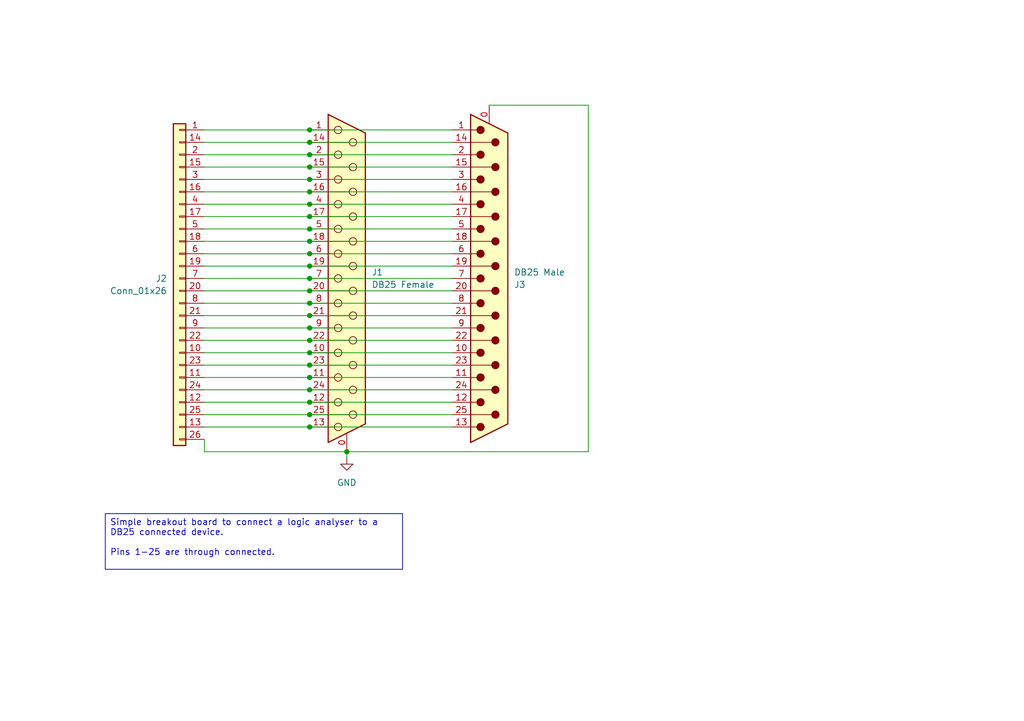
<source format=kicad_sch>
(kicad_sch (version 20250114) (generator "eeschema") (generator_version "9.0")
  (paper "A5")
  (title_block (title "DB25 Breakout for Logic Analyser") (date "29/DEC/2025") (rev "A") (company "Brett Hallen"))
  (lib_symbols
    (symbol "Connector:DB25_Pins_MountingHoles" (pin_names (offset 1.016) (hide yes))
      (property "Reference" "J" (at 0 36.83 0))
      (property "Value" "DB25_Pins_MountingHoles" (at 0 34.925 0))
      (symbol "DB25_Pins_MountingHoles_0_1"
        (polyline (pts (xy -3.81 30.48) (xy -2.54 30.48)))
        (polyline (pts (xy -3.81 27.94) (xy 0.508 27.94)))
        (polyline (pts (xy -3.81 25.4) (xy -2.54 25.4)))
        (polyline (pts (xy -3.81 22.86) (xy 0.508 22.86)))
        (polyline (pts (xy -3.81 20.32) (xy -2.54 20.32)))
        (polyline (pts (xy -3.81 17.78) (xy 0.508 17.78)))
        (polyline (pts (xy -3.81 15.24) (xy -2.54 15.24)))
        (polyline (pts (xy -3.81 12.7) (xy 0.508 12.7)))
        (polyline (pts (xy -3.81 10.16) (xy -2.54 10.16)))
        (polyline (pts (xy -3.81 7.62) (xy 0.508 7.62)))
        (polyline (pts (xy -3.81 5.08) (xy -2.54 5.08)))
        (polyline (pts (xy -3.81 2.54) (xy 0.508 2.54)))
        (polyline (pts (xy -3.81 0) (xy -2.54 0)))
        (polyline (pts (xy -3.81 -2.54) (xy 0.508 -2.54)))
        (polyline (pts (xy -3.81 -5.08) (xy -2.54 -5.08)))
        (polyline (pts (xy -3.81 -7.62) (xy 0.508 -7.62)))
        (polyline (pts (xy -3.81 -10.16) (xy -2.54 -10.16)))
        (polyline (pts (xy -3.81 -12.7) (xy 0.508 -12.7)))
        (polyline (pts (xy -3.81 -15.24) (xy -2.54 -15.24)))
        (polyline (pts (xy -3.81 -17.78) (xy 0.508 -17.78)))
        (polyline (pts (xy -3.81 -20.32) (xy -2.54 -20.32)))
        (polyline (pts (xy -3.81 -22.86) (xy 0.508 -22.86)))
        (polyline (pts (xy -3.81 -25.4) (xy -2.54 -25.4)))
        (polyline (pts (xy -3.81 -27.94) (xy 0.508 -27.94)))
        (polyline (pts (xy -3.81 -30.48) (xy -2.54 -30.48)))
        (polyline (pts (xy -3.81 -33.655) (xy 3.81 -29.845) (xy 3.81 29.845) (xy -3.81 33.655) (xy -3.81 -33.655)) (stroke (width 0.254)) (fill (type background)))
        (circle (center -1.778 30.48) (radius 0.762) (fill (type outline)))
        (circle (center -1.778 25.4) (radius 0.762) (fill (type outline)))
        (circle (center -1.778 20.32) (radius 0.762) (fill (type outline)))
        (circle (center -1.778 15.24) (radius 0.762) (fill (type outline)))
        (circle (center -1.778 10.16) (radius 0.762) (fill (type outline)))
        (circle (center -1.778 5.08) (radius 0.762) (fill (type outline)))
        (circle (center -1.778 0) (radius 0.762) (fill (type outline)))
        (circle (center -1.778 -5.08) (radius 0.762) (fill (type outline)))
        (circle (center -1.778 -10.16) (radius 0.762) (fill (type outline)))
        (circle (center -1.778 -15.24) (radius 0.762) (fill (type outline)))
        (circle (center -1.778 -20.32) (radius 0.762) (fill (type outline)))
        (circle (center -1.778 -25.4) (radius 0.762) (fill (type outline)))
        (circle (center -1.778 -30.48) (radius 0.762) (fill (type outline)))
        (circle (center 1.27 27.94) (radius 0.762) (fill (type outline)))
        (circle (center 1.27 22.86) (radius 0.762) (fill (type outline)))
        (circle (center 1.27 17.78) (radius 0.762) (fill (type outline)))
        (circle (center 1.27 12.7) (radius 0.762) (fill (type outline)))
        (circle (center 1.27 7.62) (radius 0.762) (fill (type outline)))
        (circle (center 1.27 2.54) (radius 0.762) (fill (type outline)))
        (circle (center 1.27 -2.54) (radius 0.762) (fill (type outline)))
        (circle (center 1.27 -7.62) (radius 0.762) (fill (type outline)))
        (circle (center 1.27 -12.7) (radius 0.762) (fill (type outline)))
        (circle (center 1.27 -17.78) (radius 0.762) (fill (type outline)))
        (circle (center 1.27 -22.86) (radius 0.762) (fill (type outline)))
        (circle (center 1.27 -27.94) (radius 0.762) (fill (type outline)))
      )
      (symbol "DB25_Pins_MountingHoles_1_1"
        (pin passive line (at -7.62 30.48 0) (length 3.81) (name "13") (number "13"))
        (pin passive line (at -7.62 27.94 0) (length 3.81) (name "P25") (number "25"))
        (pin passive line (at -7.62 25.4 0) (length 3.81) (name "12") (number "12"))
        (pin passive line (at -7.62 22.86 0) (length 3.81) (name "P24") (number "24"))
        (pin passive line (at -7.62 20.32 0) (length 3.81) (name "11") (number "11"))
        (pin passive line (at -7.62 17.78 0) (length 3.81) (name "P23") (number "23"))
        (pin passive line (at -7.62 15.24 0) (length 3.81) (name "10") (number "10"))
        (pin passive line (at -7.62 12.7 0) (length 3.81) (name "P22") (number "22"))
        (pin passive line (at -7.62 10.16 0) (length 3.81) (name "9") (number "9"))
        (pin passive line (at -7.62 7.62 0) (length 3.81) (name "P21") (number "21"))
        (pin passive line (at -7.62 5.08 0) (length 3.81) (name "8") (number "8"))
        (pin passive line (at -7.62 2.54 0) (length 3.81) (name "P20") (number "20"))
        (pin passive line (at -7.62 0 0) (length 3.81) (name "7") (number "7"))
        (pin passive line (at -7.62 -2.54 0) (length 3.81) (name "P19") (number "19"))
        (pin passive line (at -7.62 -5.08 0) (length 3.81) (name "6") (number "6"))
        (pin passive line (at -7.62 -7.62 0) (length 3.81) (name "P18") (number "18"))
        (pin passive line (at -7.62 -10.16 0) (length 3.81) (name "5") (number "5"))
        (pin passive line (at -7.62 -12.7 0) (length 3.81) (name "P17") (number "17"))
        (pin passive line (at -7.62 -15.24 0) (length 3.81) (name "4") (number "4"))
        (pin passive line (at -7.62 -17.78 0) (length 3.81) (name "P16") (number "16"))
        (pin passive line (at -7.62 -20.32 0) (length 3.81) (name "3") (number "3"))
        (pin passive line (at -7.62 -22.86 0) (length 3.81) (name "P15") (number "15"))
        (pin passive line (at -7.62 -25.4 0) (length 3.81) (name "2") (number "2"))
        (pin passive line (at -7.62 -27.94 0) (length 3.81) (name "P14") (number "14"))
        (pin passive line (at -7.62 -30.48 0) (length 3.81) (name "1") (number "1"))
        (pin passive line (at 0 -35.56 90) (length 3.81) (name "PAD") (number "0"))
      )
    )
    (symbol "Connector:DB25_Socket_MountingHoles" (pin_names (offset 1.016) (hide yes))
      (property "Reference" "J" (at 0 36.83 0))
      (property "Value" "DB25_Socket_MountingHoles" (at 0 34.925 0))
      (symbol "DB25_Socket_MountingHoles_0_1"
        (polyline (pts (xy -3.81 33.655) (xy 3.81 29.845) (xy 3.81 -29.845) (xy -3.81 -33.655) (xy -3.81 33.655)) (stroke (width 0.254)) (fill (type background)))
        (polyline (pts (xy -3.81 30.48) (xy -2.54 30.48)))
        (polyline (pts (xy -3.81 27.94) (xy 0.508 27.94)))
        (polyline (pts (xy -3.81 25.4) (xy -2.54 25.4)))
        (polyline (pts (xy -3.81 22.86) (xy 0.508 22.86)))
        (polyline (pts (xy -3.81 20.32) (xy -2.54 20.32)))
        (polyline (pts (xy -3.81 17.78) (xy 0.508 17.78)))
        (polyline (pts (xy -3.81 15.24) (xy -2.54 15.24)))
        (polyline (pts (xy -3.81 12.7) (xy 0.508 12.7)))
        (polyline (pts (xy -3.81 10.16) (xy -2.54 10.16)))
        (polyline (pts (xy -3.81 7.62) (xy 0.508 7.62)))
        (polyline (pts (xy -3.81 5.08) (xy -2.54 5.08)))
        (polyline (pts (xy -3.81 2.54) (xy 0.508 2.54)))
        (polyline (pts (xy -3.81 0) (xy -2.54 0)))
        (polyline (pts (xy -3.81 -2.54) (xy 0.508 -2.54)))
        (polyline (pts (xy -3.81 -5.08) (xy -2.54 -5.08)))
        (polyline (pts (xy -3.81 -7.62) (xy 0.508 -7.62)))
        (polyline (pts (xy -3.81 -10.16) (xy -2.54 -10.16)))
        (polyline (pts (xy -3.81 -12.7) (xy 0.508 -12.7)))
        (polyline (pts (xy -3.81 -15.24) (xy -2.54 -15.24)))
        (polyline (pts (xy -3.81 -17.78) (xy 0.508 -17.78)))
        (polyline (pts (xy -3.81 -20.32) (xy -2.54 -20.32)))
        (polyline (pts (xy -3.81 -22.86) (xy 0.508 -22.86)))
        (polyline (pts (xy -3.81 -25.4) (xy -2.54 -25.4)))
        (polyline (pts (xy -3.81 -27.94) (xy 0.508 -27.94)))
        (polyline (pts (xy -3.81 -30.48) (xy -2.54 -30.48)))
        (circle (center -1.778 30.48) (radius 0.762))
        (circle (center -1.778 25.4) (radius 0.762))
        (circle (center -1.778 20.32) (radius 0.762))
        (circle (center -1.778 15.24) (radius 0.762))
        (circle (center -1.778 10.16) (radius 0.762))
        (circle (center -1.778 5.08) (radius 0.762))
        (circle (center -1.778 0) (radius 0.762))
        (circle (center -1.778 -5.08) (radius 0.762))
        (circle (center -1.778 -10.16) (radius 0.762))
        (circle (center -1.778 -15.24) (radius 0.762))
        (circle (center -1.778 -20.32) (radius 0.762))
        (circle (center -1.778 -25.4) (radius 0.762))
        (circle (center -1.778 -30.48) (radius 0.762))
        (circle (center 1.27 27.94) (radius 0.762))
        (circle (center 1.27 22.86) (radius 0.762))
        (circle (center 1.27 17.78) (radius 0.762))
        (circle (center 1.27 12.7) (radius 0.762))
        (circle (center 1.27 7.62) (radius 0.762))
        (circle (center 1.27 2.54) (radius 0.762))
        (circle (center 1.27 -2.54) (radius 0.762))
        (circle (center 1.27 -7.62) (radius 0.762))
        (circle (center 1.27 -12.7) (radius 0.762))
        (circle (center 1.27 -17.78) (radius 0.762))
        (circle (center 1.27 -22.86) (radius 0.762))
        (circle (center 1.27 -27.94) (radius 0.762))
      )
      (symbol "DB25_Socket_MountingHoles_1_1"
        (pin passive line (at -7.62 30.48 0) (length 3.81) (name "1") (number "1"))
        (pin passive line (at -7.62 27.94 0) (length 3.81) (name "P14") (number "14"))
        (pin passive line (at -7.62 25.4 0) (length 3.81) (name "2") (number "2"))
        (pin passive line (at -7.62 22.86 0) (length 3.81) (name "P15") (number "15"))
        (pin passive line (at -7.62 20.32 0) (length 3.81) (name "3") (number "3"))
        (pin passive line (at -7.62 17.78 0) (length 3.81) (name "P16") (number "16"))
        (pin passive line (at -7.62 15.24 0) (length 3.81) (name "4") (number "4"))
        (pin passive line (at -7.62 12.7 0) (length 3.81) (name "P17") (number "17"))
        (pin passive line (at -7.62 10.16 0) (length 3.81) (name "5") (number "5"))
        (pin passive line (at -7.62 7.62 0) (length 3.81) (name "P18") (number "18"))
        (pin passive line (at -7.62 5.08 0) (length 3.81) (name "6") (number "6"))
        (pin passive line (at -7.62 2.54 0) (length 3.81) (name "P19") (number "19"))
        (pin passive line (at -7.62 0 0) (length 3.81) (name "7") (number "7"))
        (pin passive line (at -7.62 -2.54 0) (length 3.81) (name "P20") (number "20"))
        (pin passive line (at -7.62 -5.08 0) (length 3.81) (name "8") (number "8"))
        (pin passive line (at -7.62 -7.62 0) (length 3.81) (name "P21") (number "21"))
        (pin passive line (at -7.62 -10.16 0) (length 3.81) (name "9") (number "9"))
        (pin passive line (at -7.62 -12.7 0) (length 3.81) (name "P22") (number "22"))
        (pin passive line (at -7.62 -15.24 0) (length 3.81) (name "10") (number "10"))
        (pin passive line (at -7.62 -17.78 0) (length 3.81) (name "P23") (number "23"))
        (pin passive line (at -7.62 -20.32 0) (length 3.81) (name "11") (number "11"))
        (pin passive line (at -7.62 -22.86 0) (length 3.81) (name "P24") (number "24"))
        (pin passive line (at -7.62 -25.4 0) (length 3.81) (name "12") (number "12"))
        (pin passive line (at -7.62 -27.94 0) (length 3.81) (name "P25") (number "25"))
        (pin passive line (at -7.62 -30.48 0) (length 3.81) (name "13") (number "13"))
        (pin passive line (at 0 -35.56 90) (length 3.81) (name "PAD") (number "0"))
      )
    )
    (symbol "Connector_Generic:Conn_01x26" (pin_names (offset 1.016) (hide yes))
      (property "Reference" "J2" (at 2.54 0.0001 0))
      (property "Value" "Conn_01x26" (at 2.54 -2.5399 0))
      (symbol "Conn_01x26_1_1"
        (rectangle (start -1.27 31.75) (end 1.27 -34.29) (stroke (width 0.254)) (fill (type background)))
        (rectangle (start -1.27 30.607) (end 0 30.353) (stroke (width 0.1524)))
        (rectangle (start -1.27 28.067) (end 0 27.813) (stroke (width 0.1524)))
        (rectangle (start -1.27 25.527) (end 0 25.273) (stroke (width 0.1524)))
        (rectangle (start -1.27 22.987) (end 0 22.733) (stroke (width 0.1524)))
        (rectangle (start -1.27 20.447) (end 0 20.193) (stroke (width 0.1524)))
        (rectangle (start -1.27 17.907) (end 0 17.653) (stroke (width 0.1524)))
        (rectangle (start -1.27 15.367) (end 0 15.113) (stroke (width 0.1524)))
        (rectangle (start -1.27 12.827) (end 0 12.573) (stroke (width 0.1524)))
        (rectangle (start -1.27 10.287) (end 0 10.033) (stroke (width 0.1524)))
        (rectangle (start -1.27 7.747) (end 0 7.493) (stroke (width 0.1524)))
        (rectangle (start -1.27 5.207) (end 0 4.953) (stroke (width 0.1524)))
        (rectangle (start -1.27 2.667) (end 0 2.413) (stroke (width 0.1524)))
        (rectangle (start -1.27 0.127) (end 0 -0.127) (stroke (width 0.1524)))
        (rectangle (start -1.27 -2.413) (end 0 -2.667) (stroke (width 0.1524)))
        (rectangle (start -1.27 -4.953) (end 0 -5.207) (stroke (width 0.1524)))
        (rectangle (start -1.27 -7.493) (end 0 -7.747) (stroke (width 0.1524)))
        (rectangle (start -1.27 -10.033) (end 0 -10.287) (stroke (width 0.1524)))
        (rectangle (start -1.27 -12.573) (end 0 -12.827) (stroke (width 0.1524)))
        (rectangle (start -1.27 -15.113) (end 0 -15.367) (stroke (width 0.1524)))
        (rectangle (start -1.27 -17.653) (end 0 -17.907) (stroke (width 0.1524)))
        (rectangle (start -1.27 -20.193) (end 0 -20.447) (stroke (width 0.1524)))
        (rectangle (start -1.27 -22.733) (end 0 -22.987) (stroke (width 0.1524)))
        (rectangle (start -1.27 -25.273) (end 0 -25.527) (stroke (width 0.1524)))
        (rectangle (start -1.27 -27.813) (end 0 -28.067) (stroke (width 0.1524)))
        (rectangle (start -1.27 -30.353) (end 0 -30.607) (stroke (width 0.1524)))
        (rectangle (start -1.27 -32.893) (end 0 -33.147) (stroke (width 0.1524)))
        (pin passive line (at -5.08 30.48 0) (length 3.81) (name "Pin_1") (number "1"))
        (pin passive line (at -5.08 27.94 0) (length 3.81) (name "Pin_2") (number "14"))
        (pin passive line (at -5.08 25.4 0) (length 3.81) (name "Pin_3") (number "2"))
        (pin passive line (at -5.08 22.86 0) (length 3.81) (name "Pin_4") (number "15"))
        (pin passive line (at -5.08 20.32 0) (length 3.81) (name "Pin_5") (number "3"))
        (pin passive line (at -5.08 17.78 0) (length 3.81) (name "Pin_6") (number "16"))
        (pin passive line (at -5.08 15.24 0) (length 3.81) (name "Pin_7") (number "4"))
        (pin passive line (at -5.08 12.7 0) (length 3.81) (name "Pin_8") (number "17"))
        (pin passive line (at -5.08 10.16 0) (length 3.81) (name "Pin_9") (number "5"))
        (pin passive line (at -5.08 7.62 0) (length 3.81) (name "Pin_10") (number "18"))
        (pin passive line (at -5.08 5.08 0) (length 3.81) (name "Pin_11") (number "6"))
        (pin passive line (at -5.08 2.54 0) (length 3.81) (name "Pin_12") (number "19"))
        (pin passive line (at -5.08 0 0) (length 3.81) (name "Pin_13") (number "7"))
        (pin passive line (at -5.08 -2.54 0) (length 3.81) (name "Pin_14") (number "20"))
        (pin passive line (at -5.08 -5.08 0) (length 3.81) (name "Pin_15") (number "8"))
        (pin passive line (at -5.08 -7.62 0) (length 3.81) (name "Pin_16") (number "21"))
        (pin passive line (at -5.08 -10.16 0) (length 3.81) (name "Pin_17") (number "9"))
        (pin passive line (at -5.08 -12.7 0) (length 3.81) (name "Pin_18") (number "22"))
        (pin passive line (at -5.08 -15.24 0) (length 3.81) (name "Pin_19") (number "10"))
        (pin passive line (at -5.08 -17.78 0) (length 3.81) (name "Pin_20") (number "23"))
        (pin passive line (at -5.08 -20.32 0) (length 3.81) (name "Pin_21") (number "11"))
        (pin passive line (at -5.08 -22.86 0) (length 3.81) (name "Pin_22") (number "24"))
        (pin passive line (at -5.08 -25.4 0) (length 3.81) (name "Pin_23") (number "12"))
        (pin passive line (at -5.08 -27.94 0) (length 3.81) (name "Pin_24") (number "25"))
        (pin passive line (at -5.08 -30.48 0) (length 3.81) (name "Pin_25") (number "13"))
        (pin passive line (at -5.08 -33.02 0) (length 3.81) (name "Pin_26") (number "26"))
      )
    )
    (symbol "power:GND" (power) (pin_numbers (hide yes)) (pin_names (offset 0) (hide yes))
      (property "Value" "GND" (at 0 -3.81 0))
      (symbol "GND_0_1"
        (polyline (pts (xy 0 0) (xy 0 -1.27) (xy 1.27 -1.27) (xy 0 -2.54) (xy -1.27 -1.27) (xy 0 -1.27)))
      )
      (symbol "GND_1_1"
        (pin power_in line (at 0 0 270) (length 0) (name "~") (number "1"))
      )
    )
  )
  (text_box "Simple breakout board to connect a logic analyser to a DB25 connected device.\n\nPins 1-25 are through connected." (at 21.59 105.41 0) (size 60.96 11.43) (margins 0.9525 0.9525 0.9525 0.9525) (effects (font (size 1.27 1.27)) (justify left top)))
  (junction (at 63.5 64.77))
  (junction (at 63.5 82.55))
  (junction (at 63.5 29.21))
  (junction (at 63.5 49.53))
  (junction (at 63.5 72.39))
  (junction (at 63.5 54.61))
  (junction (at 63.5 52.07))
  (junction (at 63.5 80.01))
  (junction (at 63.5 34.29))
  (junction (at 63.5 57.15))
  (junction (at 63.5 26.67))
  (junction (at 63.5 74.93))
  (junction (at 63.5 67.31))
  (junction (at 63.5 69.85))
  (junction (at 63.5 39.37))
  (junction (at 63.5 31.75))
  (junction (at 63.5 36.83))
  (junction (at 63.5 41.91))
  (junction (at 63.5 62.23))
  (junction (at 63.5 59.69))
  (junction (at 63.5 77.47))
  (junction (at 63.5 87.63))
  (junction (at 63.5 46.99))
  (junction (at 71.12 92.71))
  (junction (at 63.5 44.45))
  (junction (at 63.5 85.09))
  (wire (pts (xy 92.71 52.07) (xy 63.5 52.07)))
  (wire (pts (xy 41.91 31.75) (xy 63.5 31.75)))
  (wire (pts (xy 92.71 44.45) (xy 63.5 44.45)))
  (wire (pts (xy 71.12 92.71) (xy 41.91 92.71)))
  (wire (pts (xy 41.91 41.91) (xy 63.5 41.91)))
  (wire (pts (xy 41.91 49.53) (xy 63.5 49.53)))
  (wire (pts (xy 41.91 92.71) (xy 41.91 90.17)))
  (wire (pts (xy 41.91 85.09) (xy 63.5 85.09)))
  (wire (pts (xy 41.91 52.07) (xy 63.5 52.07)))
  (wire (pts (xy 41.91 54.61) (xy 63.5 54.61)))
  (wire (pts (xy 92.71 41.91) (xy 63.5 41.91)))
  (wire (pts (xy 92.71 39.37) (xy 63.5 39.37)))
  (wire (pts (xy 92.71 80.01) (xy 63.5 80.01)))
  (wire (pts (xy 92.71 26.67) (xy 63.5 26.67)))
  (wire (pts (xy 41.91 62.23) (xy 63.5 62.23)))
  (wire (pts (xy 92.71 77.47) (xy 63.5 77.47)))
  (wire (pts (xy 92.71 69.85) (xy 63.5 69.85)))
  (wire (pts (xy 92.71 64.77) (xy 63.5 64.77)))
  (wire (pts (xy 41.91 64.77) (xy 63.5 64.77)))
  (wire (pts (xy 92.71 85.09) (xy 63.5 85.09)))
  (wire (pts (xy 92.71 57.15) (xy 63.5 57.15)))
  (wire (pts (xy 41.91 59.69) (xy 63.5 59.69)))
  (wire (pts (xy 92.71 46.99) (xy 63.5 46.99)))
  (wire (pts (xy 41.91 39.37) (xy 63.5 39.37)))
  (wire (pts (xy 41.91 67.31) (xy 63.5 67.31)))
  (wire (pts (xy 41.91 82.55) (xy 63.5 82.55)))
  (wire (pts (xy 92.71 74.93) (xy 63.5 74.93)))
  (wire (pts (xy 92.71 54.61) (xy 63.5 54.61)))
  (wire (pts (xy 41.91 77.47) (xy 63.5 77.47)))
  (wire (pts (xy 41.91 57.15) (xy 63.5 57.15)))
  (wire (pts (xy 71.12 92.71) (xy 120.65 92.71)))
  (wire (pts (xy 41.91 44.45) (xy 63.5 44.45)))
  (wire (pts (xy 41.91 26.67) (xy 63.5 26.67)))
  (wire (pts (xy 41.91 29.21) (xy 63.5 29.21)))
  (wire (pts (xy 92.71 29.21) (xy 63.5 29.21)))
  (wire (pts (xy 41.91 34.29) (xy 63.5 34.29)))
  (wire (pts (xy 92.71 59.69) (xy 63.5 59.69)))
  (wire (pts (xy 92.71 67.31) (xy 63.5 67.31)))
  (wire (pts (xy 41.91 36.83) (xy 63.5 36.83)))
  (wire (pts (xy 41.91 69.85) (xy 63.5 69.85)))
  (wire (pts (xy 92.71 87.63) (xy 63.5 87.63)))
  (wire (pts (xy 120.65 21.59) (xy 100.33 21.59)))
  (wire (pts (xy 92.71 72.39) (xy 63.5 72.39)))
  (wire (pts (xy 92.71 34.29) (xy 63.5 34.29)))
  (wire (pts (xy 41.91 74.93) (xy 63.5 74.93)))
  (wire (pts (xy 41.91 46.99) (xy 63.5 46.99)))
  (wire (pts (xy 41.91 72.39) (xy 63.5 72.39)))
  (wire (pts (xy 92.71 31.75) (xy 63.5 31.75)))
  (wire (pts (xy 92.71 82.55) (xy 63.5 82.55)))
  (wire (pts (xy 71.12 93.98) (xy 71.12 92.71)))
  (wire (pts (xy 41.91 80.01) (xy 63.5 80.01)))
  (wire (pts (xy 41.91 87.63) (xy 63.5 87.63)))
  (wire (pts (xy 92.71 62.23) (xy 63.5 62.23)))
  (wire (pts (xy 92.71 49.53) (xy 63.5 49.53)))
  (wire (pts (xy 92.71 36.83) (xy 63.5 36.83)))
  (wire (pts (xy 120.65 92.71) (xy 120.65 21.59)))
  (symbol (lib_id "Connector_Generic:Conn_01x26") (at 36.83 57.15 0) (mirror y) (unit 1)
    (property "Reference" "J2" (at 34.29 57.1499 0) (effects (justify left)))
    (property "Value" "Conn_01x26" (at 34.29 59.6899 0) (effects (justify left)))
    (property "Footprint" "Connector_PinHeader_2.54mm:PinHeader_2x13_P2.54mm_Vertical" (effects (hide yes)))
    (property "Description" "Generic connector, single row, 01x26, script generated (kicad-library-utils/schlib/autogen/connector/)" (effects (hide yes)))
  )
  (symbol (lib_id "power:GND") (at 71.12 93.98 0) (unit 1)
    (property "Reference" "#PWR01" (effects (hide yes)))
    (property "Value" "GND" (at 71.12 99.06 0))
    (property "Description" "Power symbol creates a global label with name \"GND\" , ground" (effects (hide yes)))
  )
  (symbol (lib_id "Connector:DB25_Socket_MountingHoles") (at 71.12 57.15 0) (unit 1)
    (property "Reference" "J1" (at 76.2 55.8799 0) (effects (justify left)))
    (property "Value" "DB25 Female" (at 76.2 58.4199 0) (effects (justify left)))
    (property "Footprint" "Connector_Dsub:DSUB-25_Socket_EdgeMount_P2.77mm" (effects (hide yes)))
    (property "Description" "25-pin D-SUB connector, socket (female), Mounting Hole" (effects (hide yes)))
  )
  (symbol (lib_id "Connector:DB25_Pins_MountingHoles") (at 100.33 57.15 0) (mirror x) (unit 1)
    (property "Reference" "J3" (at 105.41 58.4201 0) (effects (justify left)))
    (property "Value" "DB25 Male" (at 105.41 55.8801 0) (effects (justify left)))
    (property "Footprint" "Connector_Dsub:DSUB-25_Pins_EdgeMount_P2.77mm" (effects (hide yes)))
    (property "Description" "25-pin D-SUB connector, pins (male), Mounting Hole" (effects (hide yes)))
  )
)
</source>
